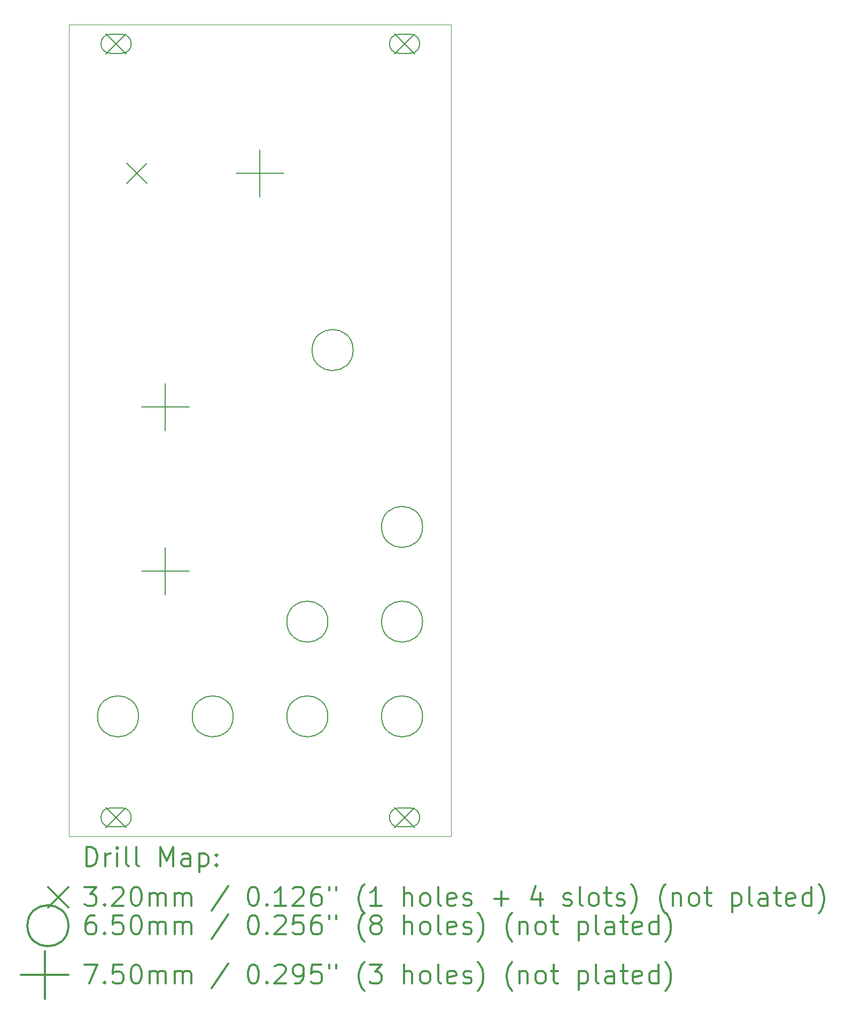
<source format=gbr>
%FSLAX45Y45*%
G04 Gerber Fmt 4.5, Leading zero omitted, Abs format (unit mm)*
G04 Created by KiCad (PCBNEW (5.0.0-rc2)) date Wed Jul  8 19:27:36 2020*
%MOMM*%
%LPD*%
G01*
G04 APERTURE LIST*
%ADD10C,0.100000*%
%ADD11C,0.200000*%
%ADD12C,0.300000*%
G04 APERTURE END LIST*
D10*
X0Y0D02*
X0Y0D01*
X0Y12850000D02*
X0Y0D01*
X6060000Y12850000D02*
X0Y12850000D01*
X6060000Y0D02*
X6060000Y12850000D01*
X0Y0D02*
X6060000Y0D01*
D11*
X590000Y460000D02*
X910000Y140000D01*
X910000Y460000D02*
X590000Y140000D01*
X660000Y150000D02*
X840000Y150000D01*
X660000Y450000D02*
X840000Y450000D01*
X840000Y150000D02*
G75*
G03X840000Y450000I0J150000D01*
G01*
X660000Y450000D02*
G75*
G03X660000Y150000I0J-150000D01*
G01*
X920000Y10660000D02*
X1240000Y10340000D01*
X1240000Y10660000D02*
X920000Y10340000D01*
X5160000Y460000D02*
X5480000Y140000D01*
X5480000Y460000D02*
X5160000Y140000D01*
X5230000Y150000D02*
X5410000Y150000D01*
X5230000Y450000D02*
X5410000Y450000D01*
X5410000Y150000D02*
G75*
G03X5410000Y450000I0J150000D01*
G01*
X5230000Y450000D02*
G75*
G03X5230000Y150000I0J-150000D01*
G01*
X590000Y12710000D02*
X910000Y12390000D01*
X910000Y12710000D02*
X590000Y12390000D01*
X660000Y12400000D02*
X840000Y12400000D01*
X660000Y12700000D02*
X840000Y12700000D01*
X840000Y12400000D02*
G75*
G03X840000Y12700000I0J150000D01*
G01*
X660000Y12700000D02*
G75*
G03X660000Y12400000I0J-150000D01*
G01*
X5160000Y12710000D02*
X5480000Y12390000D01*
X5480000Y12710000D02*
X5160000Y12390000D01*
X5230000Y12400000D02*
X5410000Y12400000D01*
X5230000Y12700000D02*
X5410000Y12700000D01*
X5410000Y12400000D02*
G75*
G03X5410000Y12700000I0J150000D01*
G01*
X5230000Y12700000D02*
G75*
G03X5230000Y12400000I0J-150000D01*
G01*
X4505000Y7700000D02*
G75*
G03X4505000Y7700000I-325000J0D01*
G01*
X4105000Y3400000D02*
G75*
G03X4105000Y3400000I-325000J0D01*
G01*
X5605000Y4900000D02*
G75*
G03X5605000Y4900000I-325000J0D01*
G01*
X5605000Y3400000D02*
G75*
G03X5605000Y3400000I-325000J0D01*
G01*
X4105000Y1900000D02*
G75*
G03X4105000Y1900000I-325000J0D01*
G01*
X1105000Y1900000D02*
G75*
G03X1105000Y1900000I-325000J0D01*
G01*
X2605000Y1900000D02*
G75*
G03X2605000Y1900000I-325000J0D01*
G01*
X5605000Y1900000D02*
G75*
G03X5605000Y1900000I-325000J0D01*
G01*
X3030000Y10875000D02*
X3030000Y10125000D01*
X2655000Y10500000D02*
X3405000Y10500000D01*
X1530000Y7175000D02*
X1530000Y6425000D01*
X1155000Y6800000D02*
X1905000Y6800000D01*
X1530000Y4575000D02*
X1530000Y3825000D01*
X1155000Y4200000D02*
X1905000Y4200000D01*
D12*
X281428Y-470714D02*
X281428Y-170714D01*
X352857Y-170714D01*
X395714Y-185000D01*
X424286Y-213571D01*
X438571Y-242143D01*
X452857Y-299286D01*
X452857Y-342143D01*
X438571Y-399286D01*
X424286Y-427857D01*
X395714Y-456429D01*
X352857Y-470714D01*
X281428Y-470714D01*
X581428Y-470714D02*
X581428Y-270714D01*
X581428Y-327857D02*
X595714Y-299286D01*
X610000Y-285000D01*
X638571Y-270714D01*
X667143Y-270714D01*
X767143Y-470714D02*
X767143Y-270714D01*
X767143Y-170714D02*
X752857Y-185000D01*
X767143Y-199286D01*
X781428Y-185000D01*
X767143Y-170714D01*
X767143Y-199286D01*
X952857Y-470714D02*
X924286Y-456429D01*
X910000Y-427857D01*
X910000Y-170714D01*
X1110000Y-470714D02*
X1081428Y-456429D01*
X1067143Y-427857D01*
X1067143Y-170714D01*
X1452857Y-470714D02*
X1452857Y-170714D01*
X1552857Y-385000D01*
X1652857Y-170714D01*
X1652857Y-470714D01*
X1924286Y-470714D02*
X1924286Y-313572D01*
X1910000Y-285000D01*
X1881428Y-270714D01*
X1824286Y-270714D01*
X1795714Y-285000D01*
X1924286Y-456429D02*
X1895714Y-470714D01*
X1824286Y-470714D01*
X1795714Y-456429D01*
X1781428Y-427857D01*
X1781428Y-399286D01*
X1795714Y-370714D01*
X1824286Y-356429D01*
X1895714Y-356429D01*
X1924286Y-342143D01*
X2067143Y-270714D02*
X2067143Y-570714D01*
X2067143Y-285000D02*
X2095714Y-270714D01*
X2152857Y-270714D01*
X2181428Y-285000D01*
X2195714Y-299286D01*
X2210000Y-327857D01*
X2210000Y-413571D01*
X2195714Y-442143D01*
X2181428Y-456429D01*
X2152857Y-470714D01*
X2095714Y-470714D01*
X2067143Y-456429D01*
X2338571Y-442143D02*
X2352857Y-456429D01*
X2338571Y-470714D01*
X2324286Y-456429D01*
X2338571Y-442143D01*
X2338571Y-470714D01*
X2338571Y-285000D02*
X2352857Y-299286D01*
X2338571Y-313572D01*
X2324286Y-299286D01*
X2338571Y-285000D01*
X2338571Y-313572D01*
X-325000Y-805000D02*
X-5000Y-1125000D01*
X-5000Y-805000D02*
X-325000Y-1125000D01*
X252857Y-800714D02*
X438571Y-800714D01*
X338571Y-915000D01*
X381428Y-915000D01*
X410000Y-929286D01*
X424286Y-943571D01*
X438571Y-972143D01*
X438571Y-1043571D01*
X424286Y-1072143D01*
X410000Y-1086429D01*
X381428Y-1100714D01*
X295714Y-1100714D01*
X267143Y-1086429D01*
X252857Y-1072143D01*
X567143Y-1072143D02*
X581428Y-1086429D01*
X567143Y-1100714D01*
X552857Y-1086429D01*
X567143Y-1072143D01*
X567143Y-1100714D01*
X695714Y-829286D02*
X710000Y-815000D01*
X738571Y-800714D01*
X810000Y-800714D01*
X838571Y-815000D01*
X852857Y-829286D01*
X867143Y-857857D01*
X867143Y-886429D01*
X852857Y-929286D01*
X681428Y-1100714D01*
X867143Y-1100714D01*
X1052857Y-800714D02*
X1081428Y-800714D01*
X1110000Y-815000D01*
X1124286Y-829286D01*
X1138571Y-857857D01*
X1152857Y-915000D01*
X1152857Y-986429D01*
X1138571Y-1043571D01*
X1124286Y-1072143D01*
X1110000Y-1086429D01*
X1081428Y-1100714D01*
X1052857Y-1100714D01*
X1024286Y-1086429D01*
X1010000Y-1072143D01*
X995714Y-1043571D01*
X981428Y-986429D01*
X981428Y-915000D01*
X995714Y-857857D01*
X1010000Y-829286D01*
X1024286Y-815000D01*
X1052857Y-800714D01*
X1281428Y-1100714D02*
X1281428Y-900714D01*
X1281428Y-929286D02*
X1295714Y-915000D01*
X1324286Y-900714D01*
X1367143Y-900714D01*
X1395714Y-915000D01*
X1410000Y-943571D01*
X1410000Y-1100714D01*
X1410000Y-943571D02*
X1424286Y-915000D01*
X1452857Y-900714D01*
X1495714Y-900714D01*
X1524286Y-915000D01*
X1538571Y-943571D01*
X1538571Y-1100714D01*
X1681428Y-1100714D02*
X1681428Y-900714D01*
X1681428Y-929286D02*
X1695714Y-915000D01*
X1724286Y-900714D01*
X1767143Y-900714D01*
X1795714Y-915000D01*
X1810000Y-943571D01*
X1810000Y-1100714D01*
X1810000Y-943571D02*
X1824286Y-915000D01*
X1852857Y-900714D01*
X1895714Y-900714D01*
X1924286Y-915000D01*
X1938571Y-943571D01*
X1938571Y-1100714D01*
X2524286Y-786429D02*
X2267143Y-1172143D01*
X2910000Y-800714D02*
X2938571Y-800714D01*
X2967143Y-815000D01*
X2981428Y-829286D01*
X2995714Y-857857D01*
X3010000Y-915000D01*
X3010000Y-986429D01*
X2995714Y-1043571D01*
X2981428Y-1072143D01*
X2967143Y-1086429D01*
X2938571Y-1100714D01*
X2910000Y-1100714D01*
X2881428Y-1086429D01*
X2867143Y-1072143D01*
X2852857Y-1043571D01*
X2838571Y-986429D01*
X2838571Y-915000D01*
X2852857Y-857857D01*
X2867143Y-829286D01*
X2881428Y-815000D01*
X2910000Y-800714D01*
X3138571Y-1072143D02*
X3152857Y-1086429D01*
X3138571Y-1100714D01*
X3124286Y-1086429D01*
X3138571Y-1072143D01*
X3138571Y-1100714D01*
X3438571Y-1100714D02*
X3267143Y-1100714D01*
X3352857Y-1100714D02*
X3352857Y-800714D01*
X3324286Y-843571D01*
X3295714Y-872143D01*
X3267143Y-886429D01*
X3552857Y-829286D02*
X3567143Y-815000D01*
X3595714Y-800714D01*
X3667143Y-800714D01*
X3695714Y-815000D01*
X3710000Y-829286D01*
X3724286Y-857857D01*
X3724286Y-886429D01*
X3710000Y-929286D01*
X3538571Y-1100714D01*
X3724286Y-1100714D01*
X3981428Y-800714D02*
X3924286Y-800714D01*
X3895714Y-815000D01*
X3881428Y-829286D01*
X3852857Y-872143D01*
X3838571Y-929286D01*
X3838571Y-1043571D01*
X3852857Y-1072143D01*
X3867143Y-1086429D01*
X3895714Y-1100714D01*
X3952857Y-1100714D01*
X3981428Y-1086429D01*
X3995714Y-1072143D01*
X4010000Y-1043571D01*
X4010000Y-972143D01*
X3995714Y-943571D01*
X3981428Y-929286D01*
X3952857Y-915000D01*
X3895714Y-915000D01*
X3867143Y-929286D01*
X3852857Y-943571D01*
X3838571Y-972143D01*
X4124286Y-800714D02*
X4124286Y-857857D01*
X4238571Y-800714D02*
X4238571Y-857857D01*
X4681428Y-1215000D02*
X4667143Y-1200714D01*
X4638571Y-1157857D01*
X4624286Y-1129286D01*
X4610000Y-1086429D01*
X4595714Y-1015000D01*
X4595714Y-957857D01*
X4610000Y-886429D01*
X4624286Y-843571D01*
X4638571Y-815000D01*
X4667143Y-772143D01*
X4681428Y-757857D01*
X4952857Y-1100714D02*
X4781428Y-1100714D01*
X4867143Y-1100714D02*
X4867143Y-800714D01*
X4838571Y-843571D01*
X4810000Y-872143D01*
X4781428Y-886429D01*
X5310000Y-1100714D02*
X5310000Y-800714D01*
X5438571Y-1100714D02*
X5438571Y-943571D01*
X5424286Y-915000D01*
X5395714Y-900714D01*
X5352857Y-900714D01*
X5324286Y-915000D01*
X5310000Y-929286D01*
X5624286Y-1100714D02*
X5595714Y-1086429D01*
X5581428Y-1072143D01*
X5567143Y-1043571D01*
X5567143Y-957857D01*
X5581428Y-929286D01*
X5595714Y-915000D01*
X5624286Y-900714D01*
X5667143Y-900714D01*
X5695714Y-915000D01*
X5710000Y-929286D01*
X5724286Y-957857D01*
X5724286Y-1043571D01*
X5710000Y-1072143D01*
X5695714Y-1086429D01*
X5667143Y-1100714D01*
X5624286Y-1100714D01*
X5895714Y-1100714D02*
X5867143Y-1086429D01*
X5852857Y-1057857D01*
X5852857Y-800714D01*
X6124286Y-1086429D02*
X6095714Y-1100714D01*
X6038571Y-1100714D01*
X6010000Y-1086429D01*
X5995714Y-1057857D01*
X5995714Y-943571D01*
X6010000Y-915000D01*
X6038571Y-900714D01*
X6095714Y-900714D01*
X6124286Y-915000D01*
X6138571Y-943571D01*
X6138571Y-972143D01*
X5995714Y-1000714D01*
X6252857Y-1086429D02*
X6281428Y-1100714D01*
X6338571Y-1100714D01*
X6367143Y-1086429D01*
X6381428Y-1057857D01*
X6381428Y-1043571D01*
X6367143Y-1015000D01*
X6338571Y-1000714D01*
X6295714Y-1000714D01*
X6267143Y-986429D01*
X6252857Y-957857D01*
X6252857Y-943571D01*
X6267143Y-915000D01*
X6295714Y-900714D01*
X6338571Y-900714D01*
X6367143Y-915000D01*
X6738571Y-986429D02*
X6967143Y-986429D01*
X6852857Y-1100714D02*
X6852857Y-872143D01*
X7467143Y-900714D02*
X7467143Y-1100714D01*
X7395714Y-786429D02*
X7324286Y-1000714D01*
X7510000Y-1000714D01*
X7838571Y-1086429D02*
X7867143Y-1100714D01*
X7924286Y-1100714D01*
X7952857Y-1086429D01*
X7967143Y-1057857D01*
X7967143Y-1043571D01*
X7952857Y-1015000D01*
X7924286Y-1000714D01*
X7881428Y-1000714D01*
X7852857Y-986429D01*
X7838571Y-957857D01*
X7838571Y-943571D01*
X7852857Y-915000D01*
X7881428Y-900714D01*
X7924286Y-900714D01*
X7952857Y-915000D01*
X8138571Y-1100714D02*
X8110000Y-1086429D01*
X8095714Y-1057857D01*
X8095714Y-800714D01*
X8295714Y-1100714D02*
X8267143Y-1086429D01*
X8252857Y-1072143D01*
X8238571Y-1043571D01*
X8238571Y-957857D01*
X8252857Y-929286D01*
X8267143Y-915000D01*
X8295714Y-900714D01*
X8338571Y-900714D01*
X8367143Y-915000D01*
X8381428Y-929286D01*
X8395714Y-957857D01*
X8395714Y-1043571D01*
X8381428Y-1072143D01*
X8367143Y-1086429D01*
X8338571Y-1100714D01*
X8295714Y-1100714D01*
X8481428Y-900714D02*
X8595714Y-900714D01*
X8524286Y-800714D02*
X8524286Y-1057857D01*
X8538571Y-1086429D01*
X8567143Y-1100714D01*
X8595714Y-1100714D01*
X8681428Y-1086429D02*
X8710000Y-1100714D01*
X8767143Y-1100714D01*
X8795714Y-1086429D01*
X8810000Y-1057857D01*
X8810000Y-1043571D01*
X8795714Y-1015000D01*
X8767143Y-1000714D01*
X8724286Y-1000714D01*
X8695714Y-986429D01*
X8681428Y-957857D01*
X8681428Y-943571D01*
X8695714Y-915000D01*
X8724286Y-900714D01*
X8767143Y-900714D01*
X8795714Y-915000D01*
X8910000Y-1215000D02*
X8924286Y-1200714D01*
X8952857Y-1157857D01*
X8967143Y-1129286D01*
X8981428Y-1086429D01*
X8995714Y-1015000D01*
X8995714Y-957857D01*
X8981428Y-886429D01*
X8967143Y-843571D01*
X8952857Y-815000D01*
X8924286Y-772143D01*
X8910000Y-757857D01*
X9452857Y-1215000D02*
X9438571Y-1200714D01*
X9410000Y-1157857D01*
X9395714Y-1129286D01*
X9381428Y-1086429D01*
X9367143Y-1015000D01*
X9367143Y-957857D01*
X9381428Y-886429D01*
X9395714Y-843571D01*
X9410000Y-815000D01*
X9438571Y-772143D01*
X9452857Y-757857D01*
X9567143Y-900714D02*
X9567143Y-1100714D01*
X9567143Y-929286D02*
X9581428Y-915000D01*
X9610000Y-900714D01*
X9652857Y-900714D01*
X9681428Y-915000D01*
X9695714Y-943571D01*
X9695714Y-1100714D01*
X9881428Y-1100714D02*
X9852857Y-1086429D01*
X9838571Y-1072143D01*
X9824286Y-1043571D01*
X9824286Y-957857D01*
X9838571Y-929286D01*
X9852857Y-915000D01*
X9881428Y-900714D01*
X9924286Y-900714D01*
X9952857Y-915000D01*
X9967143Y-929286D01*
X9981428Y-957857D01*
X9981428Y-1043571D01*
X9967143Y-1072143D01*
X9952857Y-1086429D01*
X9924286Y-1100714D01*
X9881428Y-1100714D01*
X10067143Y-900714D02*
X10181428Y-900714D01*
X10110000Y-800714D02*
X10110000Y-1057857D01*
X10124286Y-1086429D01*
X10152857Y-1100714D01*
X10181428Y-1100714D01*
X10510000Y-900714D02*
X10510000Y-1200714D01*
X10510000Y-915000D02*
X10538571Y-900714D01*
X10595714Y-900714D01*
X10624286Y-915000D01*
X10638571Y-929286D01*
X10652857Y-957857D01*
X10652857Y-1043571D01*
X10638571Y-1072143D01*
X10624286Y-1086429D01*
X10595714Y-1100714D01*
X10538571Y-1100714D01*
X10510000Y-1086429D01*
X10824286Y-1100714D02*
X10795714Y-1086429D01*
X10781428Y-1057857D01*
X10781428Y-800714D01*
X11067143Y-1100714D02*
X11067143Y-943571D01*
X11052857Y-915000D01*
X11024286Y-900714D01*
X10967143Y-900714D01*
X10938571Y-915000D01*
X11067143Y-1086429D02*
X11038571Y-1100714D01*
X10967143Y-1100714D01*
X10938571Y-1086429D01*
X10924286Y-1057857D01*
X10924286Y-1029286D01*
X10938571Y-1000714D01*
X10967143Y-986429D01*
X11038571Y-986429D01*
X11067143Y-972143D01*
X11167143Y-900714D02*
X11281428Y-900714D01*
X11210000Y-800714D02*
X11210000Y-1057857D01*
X11224286Y-1086429D01*
X11252857Y-1100714D01*
X11281428Y-1100714D01*
X11495714Y-1086429D02*
X11467143Y-1100714D01*
X11410000Y-1100714D01*
X11381428Y-1086429D01*
X11367143Y-1057857D01*
X11367143Y-943571D01*
X11381428Y-915000D01*
X11410000Y-900714D01*
X11467143Y-900714D01*
X11495714Y-915000D01*
X11510000Y-943571D01*
X11510000Y-972143D01*
X11367143Y-1000714D01*
X11767143Y-1100714D02*
X11767143Y-800714D01*
X11767143Y-1086429D02*
X11738571Y-1100714D01*
X11681428Y-1100714D01*
X11652857Y-1086429D01*
X11638571Y-1072143D01*
X11624286Y-1043571D01*
X11624286Y-957857D01*
X11638571Y-929286D01*
X11652857Y-915000D01*
X11681428Y-900714D01*
X11738571Y-900714D01*
X11767143Y-915000D01*
X11881428Y-1215000D02*
X11895714Y-1200714D01*
X11924286Y-1157857D01*
X11938571Y-1129286D01*
X11952857Y-1086429D01*
X11967143Y-1015000D01*
X11967143Y-957857D01*
X11952857Y-886429D01*
X11938571Y-843571D01*
X11924286Y-815000D01*
X11895714Y-772143D01*
X11881428Y-757857D01*
X-5000Y-1415000D02*
G75*
G03X-5000Y-1415000I-325000J0D01*
G01*
X410000Y-1250714D02*
X352857Y-1250714D01*
X324286Y-1265000D01*
X310000Y-1279286D01*
X281428Y-1322143D01*
X267143Y-1379286D01*
X267143Y-1493571D01*
X281428Y-1522143D01*
X295714Y-1536429D01*
X324286Y-1550714D01*
X381428Y-1550714D01*
X410000Y-1536429D01*
X424286Y-1522143D01*
X438571Y-1493571D01*
X438571Y-1422143D01*
X424286Y-1393572D01*
X410000Y-1379286D01*
X381428Y-1365000D01*
X324286Y-1365000D01*
X295714Y-1379286D01*
X281428Y-1393572D01*
X267143Y-1422143D01*
X567143Y-1522143D02*
X581428Y-1536429D01*
X567143Y-1550714D01*
X552857Y-1536429D01*
X567143Y-1522143D01*
X567143Y-1550714D01*
X852857Y-1250714D02*
X710000Y-1250714D01*
X695714Y-1393572D01*
X710000Y-1379286D01*
X738571Y-1365000D01*
X810000Y-1365000D01*
X838571Y-1379286D01*
X852857Y-1393572D01*
X867143Y-1422143D01*
X867143Y-1493571D01*
X852857Y-1522143D01*
X838571Y-1536429D01*
X810000Y-1550714D01*
X738571Y-1550714D01*
X710000Y-1536429D01*
X695714Y-1522143D01*
X1052857Y-1250714D02*
X1081428Y-1250714D01*
X1110000Y-1265000D01*
X1124286Y-1279286D01*
X1138571Y-1307857D01*
X1152857Y-1365000D01*
X1152857Y-1436429D01*
X1138571Y-1493571D01*
X1124286Y-1522143D01*
X1110000Y-1536429D01*
X1081428Y-1550714D01*
X1052857Y-1550714D01*
X1024286Y-1536429D01*
X1010000Y-1522143D01*
X995714Y-1493571D01*
X981428Y-1436429D01*
X981428Y-1365000D01*
X995714Y-1307857D01*
X1010000Y-1279286D01*
X1024286Y-1265000D01*
X1052857Y-1250714D01*
X1281428Y-1550714D02*
X1281428Y-1350714D01*
X1281428Y-1379286D02*
X1295714Y-1365000D01*
X1324286Y-1350714D01*
X1367143Y-1350714D01*
X1395714Y-1365000D01*
X1410000Y-1393572D01*
X1410000Y-1550714D01*
X1410000Y-1393572D02*
X1424286Y-1365000D01*
X1452857Y-1350714D01*
X1495714Y-1350714D01*
X1524286Y-1365000D01*
X1538571Y-1393572D01*
X1538571Y-1550714D01*
X1681428Y-1550714D02*
X1681428Y-1350714D01*
X1681428Y-1379286D02*
X1695714Y-1365000D01*
X1724286Y-1350714D01*
X1767143Y-1350714D01*
X1795714Y-1365000D01*
X1810000Y-1393572D01*
X1810000Y-1550714D01*
X1810000Y-1393572D02*
X1824286Y-1365000D01*
X1852857Y-1350714D01*
X1895714Y-1350714D01*
X1924286Y-1365000D01*
X1938571Y-1393572D01*
X1938571Y-1550714D01*
X2524286Y-1236429D02*
X2267143Y-1622143D01*
X2910000Y-1250714D02*
X2938571Y-1250714D01*
X2967143Y-1265000D01*
X2981428Y-1279286D01*
X2995714Y-1307857D01*
X3010000Y-1365000D01*
X3010000Y-1436429D01*
X2995714Y-1493571D01*
X2981428Y-1522143D01*
X2967143Y-1536429D01*
X2938571Y-1550714D01*
X2910000Y-1550714D01*
X2881428Y-1536429D01*
X2867143Y-1522143D01*
X2852857Y-1493571D01*
X2838571Y-1436429D01*
X2838571Y-1365000D01*
X2852857Y-1307857D01*
X2867143Y-1279286D01*
X2881428Y-1265000D01*
X2910000Y-1250714D01*
X3138571Y-1522143D02*
X3152857Y-1536429D01*
X3138571Y-1550714D01*
X3124286Y-1536429D01*
X3138571Y-1522143D01*
X3138571Y-1550714D01*
X3267143Y-1279286D02*
X3281428Y-1265000D01*
X3310000Y-1250714D01*
X3381428Y-1250714D01*
X3410000Y-1265000D01*
X3424286Y-1279286D01*
X3438571Y-1307857D01*
X3438571Y-1336429D01*
X3424286Y-1379286D01*
X3252857Y-1550714D01*
X3438571Y-1550714D01*
X3710000Y-1250714D02*
X3567143Y-1250714D01*
X3552857Y-1393572D01*
X3567143Y-1379286D01*
X3595714Y-1365000D01*
X3667143Y-1365000D01*
X3695714Y-1379286D01*
X3710000Y-1393572D01*
X3724286Y-1422143D01*
X3724286Y-1493571D01*
X3710000Y-1522143D01*
X3695714Y-1536429D01*
X3667143Y-1550714D01*
X3595714Y-1550714D01*
X3567143Y-1536429D01*
X3552857Y-1522143D01*
X3981428Y-1250714D02*
X3924286Y-1250714D01*
X3895714Y-1265000D01*
X3881428Y-1279286D01*
X3852857Y-1322143D01*
X3838571Y-1379286D01*
X3838571Y-1493571D01*
X3852857Y-1522143D01*
X3867143Y-1536429D01*
X3895714Y-1550714D01*
X3952857Y-1550714D01*
X3981428Y-1536429D01*
X3995714Y-1522143D01*
X4010000Y-1493571D01*
X4010000Y-1422143D01*
X3995714Y-1393572D01*
X3981428Y-1379286D01*
X3952857Y-1365000D01*
X3895714Y-1365000D01*
X3867143Y-1379286D01*
X3852857Y-1393572D01*
X3838571Y-1422143D01*
X4124286Y-1250714D02*
X4124286Y-1307857D01*
X4238571Y-1250714D02*
X4238571Y-1307857D01*
X4681428Y-1665000D02*
X4667143Y-1650714D01*
X4638571Y-1607857D01*
X4624286Y-1579286D01*
X4610000Y-1536429D01*
X4595714Y-1465000D01*
X4595714Y-1407857D01*
X4610000Y-1336429D01*
X4624286Y-1293572D01*
X4638571Y-1265000D01*
X4667143Y-1222143D01*
X4681428Y-1207857D01*
X4838571Y-1379286D02*
X4810000Y-1365000D01*
X4795714Y-1350714D01*
X4781428Y-1322143D01*
X4781428Y-1307857D01*
X4795714Y-1279286D01*
X4810000Y-1265000D01*
X4838571Y-1250714D01*
X4895714Y-1250714D01*
X4924286Y-1265000D01*
X4938571Y-1279286D01*
X4952857Y-1307857D01*
X4952857Y-1322143D01*
X4938571Y-1350714D01*
X4924286Y-1365000D01*
X4895714Y-1379286D01*
X4838571Y-1379286D01*
X4810000Y-1393572D01*
X4795714Y-1407857D01*
X4781428Y-1436429D01*
X4781428Y-1493571D01*
X4795714Y-1522143D01*
X4810000Y-1536429D01*
X4838571Y-1550714D01*
X4895714Y-1550714D01*
X4924286Y-1536429D01*
X4938571Y-1522143D01*
X4952857Y-1493571D01*
X4952857Y-1436429D01*
X4938571Y-1407857D01*
X4924286Y-1393572D01*
X4895714Y-1379286D01*
X5310000Y-1550714D02*
X5310000Y-1250714D01*
X5438571Y-1550714D02*
X5438571Y-1393572D01*
X5424286Y-1365000D01*
X5395714Y-1350714D01*
X5352857Y-1350714D01*
X5324286Y-1365000D01*
X5310000Y-1379286D01*
X5624286Y-1550714D02*
X5595714Y-1536429D01*
X5581428Y-1522143D01*
X5567143Y-1493571D01*
X5567143Y-1407857D01*
X5581428Y-1379286D01*
X5595714Y-1365000D01*
X5624286Y-1350714D01*
X5667143Y-1350714D01*
X5695714Y-1365000D01*
X5710000Y-1379286D01*
X5724286Y-1407857D01*
X5724286Y-1493571D01*
X5710000Y-1522143D01*
X5695714Y-1536429D01*
X5667143Y-1550714D01*
X5624286Y-1550714D01*
X5895714Y-1550714D02*
X5867143Y-1536429D01*
X5852857Y-1507857D01*
X5852857Y-1250714D01*
X6124286Y-1536429D02*
X6095714Y-1550714D01*
X6038571Y-1550714D01*
X6010000Y-1536429D01*
X5995714Y-1507857D01*
X5995714Y-1393572D01*
X6010000Y-1365000D01*
X6038571Y-1350714D01*
X6095714Y-1350714D01*
X6124286Y-1365000D01*
X6138571Y-1393572D01*
X6138571Y-1422143D01*
X5995714Y-1450714D01*
X6252857Y-1536429D02*
X6281428Y-1550714D01*
X6338571Y-1550714D01*
X6367143Y-1536429D01*
X6381428Y-1507857D01*
X6381428Y-1493571D01*
X6367143Y-1465000D01*
X6338571Y-1450714D01*
X6295714Y-1450714D01*
X6267143Y-1436429D01*
X6252857Y-1407857D01*
X6252857Y-1393572D01*
X6267143Y-1365000D01*
X6295714Y-1350714D01*
X6338571Y-1350714D01*
X6367143Y-1365000D01*
X6481428Y-1665000D02*
X6495714Y-1650714D01*
X6524286Y-1607857D01*
X6538571Y-1579286D01*
X6552857Y-1536429D01*
X6567143Y-1465000D01*
X6567143Y-1407857D01*
X6552857Y-1336429D01*
X6538571Y-1293572D01*
X6524286Y-1265000D01*
X6495714Y-1222143D01*
X6481428Y-1207857D01*
X7024286Y-1665000D02*
X7010000Y-1650714D01*
X6981428Y-1607857D01*
X6967143Y-1579286D01*
X6952857Y-1536429D01*
X6938571Y-1465000D01*
X6938571Y-1407857D01*
X6952857Y-1336429D01*
X6967143Y-1293572D01*
X6981428Y-1265000D01*
X7010000Y-1222143D01*
X7024286Y-1207857D01*
X7138571Y-1350714D02*
X7138571Y-1550714D01*
X7138571Y-1379286D02*
X7152857Y-1365000D01*
X7181428Y-1350714D01*
X7224286Y-1350714D01*
X7252857Y-1365000D01*
X7267143Y-1393572D01*
X7267143Y-1550714D01*
X7452857Y-1550714D02*
X7424286Y-1536429D01*
X7410000Y-1522143D01*
X7395714Y-1493571D01*
X7395714Y-1407857D01*
X7410000Y-1379286D01*
X7424286Y-1365000D01*
X7452857Y-1350714D01*
X7495714Y-1350714D01*
X7524286Y-1365000D01*
X7538571Y-1379286D01*
X7552857Y-1407857D01*
X7552857Y-1493571D01*
X7538571Y-1522143D01*
X7524286Y-1536429D01*
X7495714Y-1550714D01*
X7452857Y-1550714D01*
X7638571Y-1350714D02*
X7752857Y-1350714D01*
X7681428Y-1250714D02*
X7681428Y-1507857D01*
X7695714Y-1536429D01*
X7724286Y-1550714D01*
X7752857Y-1550714D01*
X8081428Y-1350714D02*
X8081428Y-1650714D01*
X8081428Y-1365000D02*
X8110000Y-1350714D01*
X8167143Y-1350714D01*
X8195714Y-1365000D01*
X8210000Y-1379286D01*
X8224286Y-1407857D01*
X8224286Y-1493571D01*
X8210000Y-1522143D01*
X8195714Y-1536429D01*
X8167143Y-1550714D01*
X8110000Y-1550714D01*
X8081428Y-1536429D01*
X8395714Y-1550714D02*
X8367143Y-1536429D01*
X8352857Y-1507857D01*
X8352857Y-1250714D01*
X8638571Y-1550714D02*
X8638571Y-1393572D01*
X8624286Y-1365000D01*
X8595714Y-1350714D01*
X8538571Y-1350714D01*
X8510000Y-1365000D01*
X8638571Y-1536429D02*
X8610000Y-1550714D01*
X8538571Y-1550714D01*
X8510000Y-1536429D01*
X8495714Y-1507857D01*
X8495714Y-1479286D01*
X8510000Y-1450714D01*
X8538571Y-1436429D01*
X8610000Y-1436429D01*
X8638571Y-1422143D01*
X8738571Y-1350714D02*
X8852857Y-1350714D01*
X8781428Y-1250714D02*
X8781428Y-1507857D01*
X8795714Y-1536429D01*
X8824286Y-1550714D01*
X8852857Y-1550714D01*
X9067143Y-1536429D02*
X9038571Y-1550714D01*
X8981428Y-1550714D01*
X8952857Y-1536429D01*
X8938571Y-1507857D01*
X8938571Y-1393572D01*
X8952857Y-1365000D01*
X8981428Y-1350714D01*
X9038571Y-1350714D01*
X9067143Y-1365000D01*
X9081428Y-1393572D01*
X9081428Y-1422143D01*
X8938571Y-1450714D01*
X9338571Y-1550714D02*
X9338571Y-1250714D01*
X9338571Y-1536429D02*
X9310000Y-1550714D01*
X9252857Y-1550714D01*
X9224286Y-1536429D01*
X9210000Y-1522143D01*
X9195714Y-1493571D01*
X9195714Y-1407857D01*
X9210000Y-1379286D01*
X9224286Y-1365000D01*
X9252857Y-1350714D01*
X9310000Y-1350714D01*
X9338571Y-1365000D01*
X9452857Y-1665000D02*
X9467143Y-1650714D01*
X9495714Y-1607857D01*
X9510000Y-1579286D01*
X9524286Y-1536429D01*
X9538571Y-1465000D01*
X9538571Y-1407857D01*
X9524286Y-1336429D01*
X9510000Y-1293572D01*
X9495714Y-1265000D01*
X9467143Y-1222143D01*
X9452857Y-1207857D01*
X-380000Y-1820000D02*
X-380000Y-2570000D01*
X-755000Y-2195000D02*
X-5000Y-2195000D01*
X252857Y-2030714D02*
X452857Y-2030714D01*
X324286Y-2330714D01*
X567143Y-2302143D02*
X581428Y-2316429D01*
X567143Y-2330714D01*
X552857Y-2316429D01*
X567143Y-2302143D01*
X567143Y-2330714D01*
X852857Y-2030714D02*
X710000Y-2030714D01*
X695714Y-2173572D01*
X710000Y-2159286D01*
X738571Y-2145000D01*
X810000Y-2145000D01*
X838571Y-2159286D01*
X852857Y-2173572D01*
X867143Y-2202143D01*
X867143Y-2273572D01*
X852857Y-2302143D01*
X838571Y-2316429D01*
X810000Y-2330714D01*
X738571Y-2330714D01*
X710000Y-2316429D01*
X695714Y-2302143D01*
X1052857Y-2030714D02*
X1081428Y-2030714D01*
X1110000Y-2045000D01*
X1124286Y-2059286D01*
X1138571Y-2087857D01*
X1152857Y-2145000D01*
X1152857Y-2216429D01*
X1138571Y-2273572D01*
X1124286Y-2302143D01*
X1110000Y-2316429D01*
X1081428Y-2330714D01*
X1052857Y-2330714D01*
X1024286Y-2316429D01*
X1010000Y-2302143D01*
X995714Y-2273572D01*
X981428Y-2216429D01*
X981428Y-2145000D01*
X995714Y-2087857D01*
X1010000Y-2059286D01*
X1024286Y-2045000D01*
X1052857Y-2030714D01*
X1281428Y-2330714D02*
X1281428Y-2130714D01*
X1281428Y-2159286D02*
X1295714Y-2145000D01*
X1324286Y-2130714D01*
X1367143Y-2130714D01*
X1395714Y-2145000D01*
X1410000Y-2173572D01*
X1410000Y-2330714D01*
X1410000Y-2173572D02*
X1424286Y-2145000D01*
X1452857Y-2130714D01*
X1495714Y-2130714D01*
X1524286Y-2145000D01*
X1538571Y-2173572D01*
X1538571Y-2330714D01*
X1681428Y-2330714D02*
X1681428Y-2130714D01*
X1681428Y-2159286D02*
X1695714Y-2145000D01*
X1724286Y-2130714D01*
X1767143Y-2130714D01*
X1795714Y-2145000D01*
X1810000Y-2173572D01*
X1810000Y-2330714D01*
X1810000Y-2173572D02*
X1824286Y-2145000D01*
X1852857Y-2130714D01*
X1895714Y-2130714D01*
X1924286Y-2145000D01*
X1938571Y-2173572D01*
X1938571Y-2330714D01*
X2524286Y-2016429D02*
X2267143Y-2402143D01*
X2910000Y-2030714D02*
X2938571Y-2030714D01*
X2967143Y-2045000D01*
X2981428Y-2059286D01*
X2995714Y-2087857D01*
X3010000Y-2145000D01*
X3010000Y-2216429D01*
X2995714Y-2273572D01*
X2981428Y-2302143D01*
X2967143Y-2316429D01*
X2938571Y-2330714D01*
X2910000Y-2330714D01*
X2881428Y-2316429D01*
X2867143Y-2302143D01*
X2852857Y-2273572D01*
X2838571Y-2216429D01*
X2838571Y-2145000D01*
X2852857Y-2087857D01*
X2867143Y-2059286D01*
X2881428Y-2045000D01*
X2910000Y-2030714D01*
X3138571Y-2302143D02*
X3152857Y-2316429D01*
X3138571Y-2330714D01*
X3124286Y-2316429D01*
X3138571Y-2302143D01*
X3138571Y-2330714D01*
X3267143Y-2059286D02*
X3281428Y-2045000D01*
X3310000Y-2030714D01*
X3381428Y-2030714D01*
X3410000Y-2045000D01*
X3424286Y-2059286D01*
X3438571Y-2087857D01*
X3438571Y-2116429D01*
X3424286Y-2159286D01*
X3252857Y-2330714D01*
X3438571Y-2330714D01*
X3581428Y-2330714D02*
X3638571Y-2330714D01*
X3667143Y-2316429D01*
X3681428Y-2302143D01*
X3710000Y-2259286D01*
X3724286Y-2202143D01*
X3724286Y-2087857D01*
X3710000Y-2059286D01*
X3695714Y-2045000D01*
X3667143Y-2030714D01*
X3610000Y-2030714D01*
X3581428Y-2045000D01*
X3567143Y-2059286D01*
X3552857Y-2087857D01*
X3552857Y-2159286D01*
X3567143Y-2187857D01*
X3581428Y-2202143D01*
X3610000Y-2216429D01*
X3667143Y-2216429D01*
X3695714Y-2202143D01*
X3710000Y-2187857D01*
X3724286Y-2159286D01*
X3995714Y-2030714D02*
X3852857Y-2030714D01*
X3838571Y-2173572D01*
X3852857Y-2159286D01*
X3881428Y-2145000D01*
X3952857Y-2145000D01*
X3981428Y-2159286D01*
X3995714Y-2173572D01*
X4010000Y-2202143D01*
X4010000Y-2273572D01*
X3995714Y-2302143D01*
X3981428Y-2316429D01*
X3952857Y-2330714D01*
X3881428Y-2330714D01*
X3852857Y-2316429D01*
X3838571Y-2302143D01*
X4124286Y-2030714D02*
X4124286Y-2087857D01*
X4238571Y-2030714D02*
X4238571Y-2087857D01*
X4681428Y-2445000D02*
X4667143Y-2430714D01*
X4638571Y-2387857D01*
X4624286Y-2359286D01*
X4610000Y-2316429D01*
X4595714Y-2245000D01*
X4595714Y-2187857D01*
X4610000Y-2116429D01*
X4624286Y-2073571D01*
X4638571Y-2045000D01*
X4667143Y-2002143D01*
X4681428Y-1987857D01*
X4767143Y-2030714D02*
X4952857Y-2030714D01*
X4852857Y-2145000D01*
X4895714Y-2145000D01*
X4924286Y-2159286D01*
X4938571Y-2173572D01*
X4952857Y-2202143D01*
X4952857Y-2273572D01*
X4938571Y-2302143D01*
X4924286Y-2316429D01*
X4895714Y-2330714D01*
X4810000Y-2330714D01*
X4781428Y-2316429D01*
X4767143Y-2302143D01*
X5310000Y-2330714D02*
X5310000Y-2030714D01*
X5438571Y-2330714D02*
X5438571Y-2173572D01*
X5424286Y-2145000D01*
X5395714Y-2130714D01*
X5352857Y-2130714D01*
X5324286Y-2145000D01*
X5310000Y-2159286D01*
X5624286Y-2330714D02*
X5595714Y-2316429D01*
X5581428Y-2302143D01*
X5567143Y-2273572D01*
X5567143Y-2187857D01*
X5581428Y-2159286D01*
X5595714Y-2145000D01*
X5624286Y-2130714D01*
X5667143Y-2130714D01*
X5695714Y-2145000D01*
X5710000Y-2159286D01*
X5724286Y-2187857D01*
X5724286Y-2273572D01*
X5710000Y-2302143D01*
X5695714Y-2316429D01*
X5667143Y-2330714D01*
X5624286Y-2330714D01*
X5895714Y-2330714D02*
X5867143Y-2316429D01*
X5852857Y-2287857D01*
X5852857Y-2030714D01*
X6124286Y-2316429D02*
X6095714Y-2330714D01*
X6038571Y-2330714D01*
X6010000Y-2316429D01*
X5995714Y-2287857D01*
X5995714Y-2173572D01*
X6010000Y-2145000D01*
X6038571Y-2130714D01*
X6095714Y-2130714D01*
X6124286Y-2145000D01*
X6138571Y-2173572D01*
X6138571Y-2202143D01*
X5995714Y-2230714D01*
X6252857Y-2316429D02*
X6281428Y-2330714D01*
X6338571Y-2330714D01*
X6367143Y-2316429D01*
X6381428Y-2287857D01*
X6381428Y-2273572D01*
X6367143Y-2245000D01*
X6338571Y-2230714D01*
X6295714Y-2230714D01*
X6267143Y-2216429D01*
X6252857Y-2187857D01*
X6252857Y-2173572D01*
X6267143Y-2145000D01*
X6295714Y-2130714D01*
X6338571Y-2130714D01*
X6367143Y-2145000D01*
X6481428Y-2445000D02*
X6495714Y-2430714D01*
X6524286Y-2387857D01*
X6538571Y-2359286D01*
X6552857Y-2316429D01*
X6567143Y-2245000D01*
X6567143Y-2187857D01*
X6552857Y-2116429D01*
X6538571Y-2073571D01*
X6524286Y-2045000D01*
X6495714Y-2002143D01*
X6481428Y-1987857D01*
X7024286Y-2445000D02*
X7010000Y-2430714D01*
X6981428Y-2387857D01*
X6967143Y-2359286D01*
X6952857Y-2316429D01*
X6938571Y-2245000D01*
X6938571Y-2187857D01*
X6952857Y-2116429D01*
X6967143Y-2073571D01*
X6981428Y-2045000D01*
X7010000Y-2002143D01*
X7024286Y-1987857D01*
X7138571Y-2130714D02*
X7138571Y-2330714D01*
X7138571Y-2159286D02*
X7152857Y-2145000D01*
X7181428Y-2130714D01*
X7224286Y-2130714D01*
X7252857Y-2145000D01*
X7267143Y-2173572D01*
X7267143Y-2330714D01*
X7452857Y-2330714D02*
X7424286Y-2316429D01*
X7410000Y-2302143D01*
X7395714Y-2273572D01*
X7395714Y-2187857D01*
X7410000Y-2159286D01*
X7424286Y-2145000D01*
X7452857Y-2130714D01*
X7495714Y-2130714D01*
X7524286Y-2145000D01*
X7538571Y-2159286D01*
X7552857Y-2187857D01*
X7552857Y-2273572D01*
X7538571Y-2302143D01*
X7524286Y-2316429D01*
X7495714Y-2330714D01*
X7452857Y-2330714D01*
X7638571Y-2130714D02*
X7752857Y-2130714D01*
X7681428Y-2030714D02*
X7681428Y-2287857D01*
X7695714Y-2316429D01*
X7724286Y-2330714D01*
X7752857Y-2330714D01*
X8081428Y-2130714D02*
X8081428Y-2430714D01*
X8081428Y-2145000D02*
X8110000Y-2130714D01*
X8167143Y-2130714D01*
X8195714Y-2145000D01*
X8210000Y-2159286D01*
X8224286Y-2187857D01*
X8224286Y-2273572D01*
X8210000Y-2302143D01*
X8195714Y-2316429D01*
X8167143Y-2330714D01*
X8110000Y-2330714D01*
X8081428Y-2316429D01*
X8395714Y-2330714D02*
X8367143Y-2316429D01*
X8352857Y-2287857D01*
X8352857Y-2030714D01*
X8638571Y-2330714D02*
X8638571Y-2173572D01*
X8624286Y-2145000D01*
X8595714Y-2130714D01*
X8538571Y-2130714D01*
X8510000Y-2145000D01*
X8638571Y-2316429D02*
X8610000Y-2330714D01*
X8538571Y-2330714D01*
X8510000Y-2316429D01*
X8495714Y-2287857D01*
X8495714Y-2259286D01*
X8510000Y-2230714D01*
X8538571Y-2216429D01*
X8610000Y-2216429D01*
X8638571Y-2202143D01*
X8738571Y-2130714D02*
X8852857Y-2130714D01*
X8781428Y-2030714D02*
X8781428Y-2287857D01*
X8795714Y-2316429D01*
X8824286Y-2330714D01*
X8852857Y-2330714D01*
X9067143Y-2316429D02*
X9038571Y-2330714D01*
X8981428Y-2330714D01*
X8952857Y-2316429D01*
X8938571Y-2287857D01*
X8938571Y-2173572D01*
X8952857Y-2145000D01*
X8981428Y-2130714D01*
X9038571Y-2130714D01*
X9067143Y-2145000D01*
X9081428Y-2173572D01*
X9081428Y-2202143D01*
X8938571Y-2230714D01*
X9338571Y-2330714D02*
X9338571Y-2030714D01*
X9338571Y-2316429D02*
X9310000Y-2330714D01*
X9252857Y-2330714D01*
X9224286Y-2316429D01*
X9210000Y-2302143D01*
X9195714Y-2273572D01*
X9195714Y-2187857D01*
X9210000Y-2159286D01*
X9224286Y-2145000D01*
X9252857Y-2130714D01*
X9310000Y-2130714D01*
X9338571Y-2145000D01*
X9452857Y-2445000D02*
X9467143Y-2430714D01*
X9495714Y-2387857D01*
X9510000Y-2359286D01*
X9524286Y-2316429D01*
X9538571Y-2245000D01*
X9538571Y-2187857D01*
X9524286Y-2116429D01*
X9510000Y-2073571D01*
X9495714Y-2045000D01*
X9467143Y-2002143D01*
X9452857Y-1987857D01*
M02*

</source>
